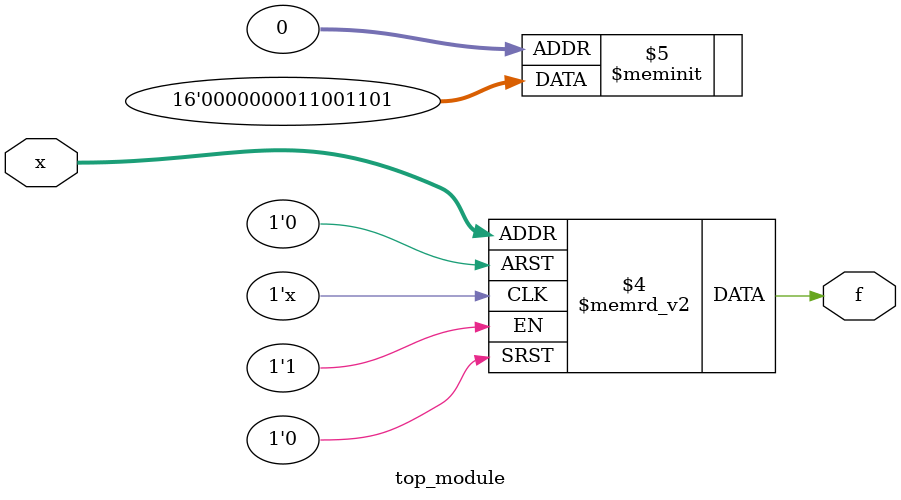
<source format=sv>
module top_module (
	input [4:1] x,
	output logic f
);

	always_comb begin
		case (x)
			4'b0000: f = 1;
			4'b0001: f = 0;
			4'b0011: f = 1;
			4'b0010: f = 1;
			4'b0111: f = 1;
			4'b0110: f = 1;
			4'b1110: f = 0;
			4'b1111: f = 0;
			default: f = 0;
		endcase
	end

endmodule

</source>
